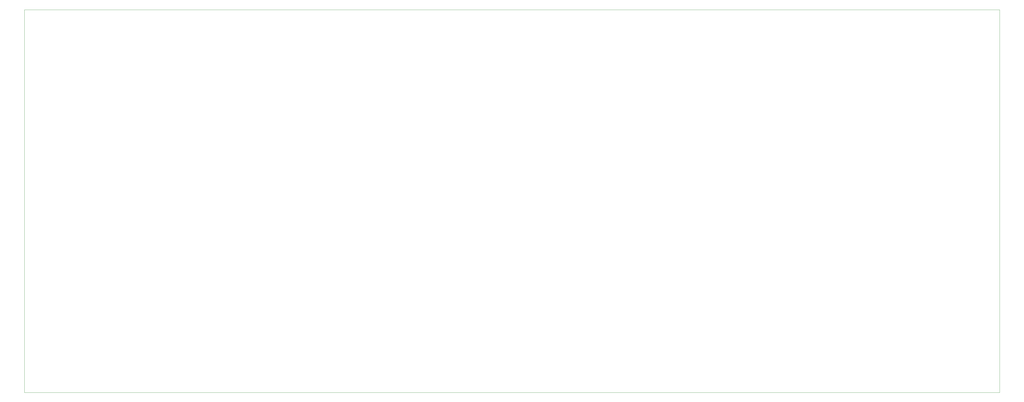
<source format=gm1>
%TF.GenerationSoftware,KiCad,Pcbnew,(5.1.6-0-10_14)*%
%TF.CreationDate,2021-04-04T14:44:52-05:00*%
%TF.ProjectId,preamp_controller1,70726561-6d70-45f6-936f-6e74726f6c6c,Rev. 01*%
%TF.SameCoordinates,Original*%
%TF.FileFunction,Profile,NP*%
%FSLAX46Y46*%
G04 Gerber Fmt 4.6, Leading zero omitted, Abs format (unit mm)*
G04 Created by KiCad (PCBNEW (5.1.6-0-10_14)) date 2021-04-04 14:44:52*
%MOMM*%
%LPD*%
G01*
G04 APERTURE LIST*
%TA.AperFunction,Profile*%
%ADD10C,0.025400*%
%TD*%
G04 APERTURE END LIST*
D10*
X177800000Y69850000D02*
X177800000Y-69850000D01*
X-177800000Y69850000D02*
X-177800000Y-69850000D01*
X-177800000Y-69850000D02*
X177800000Y-69850000D01*
X-177800000Y69850000D02*
X177800000Y69850000D01*
M02*

</source>
